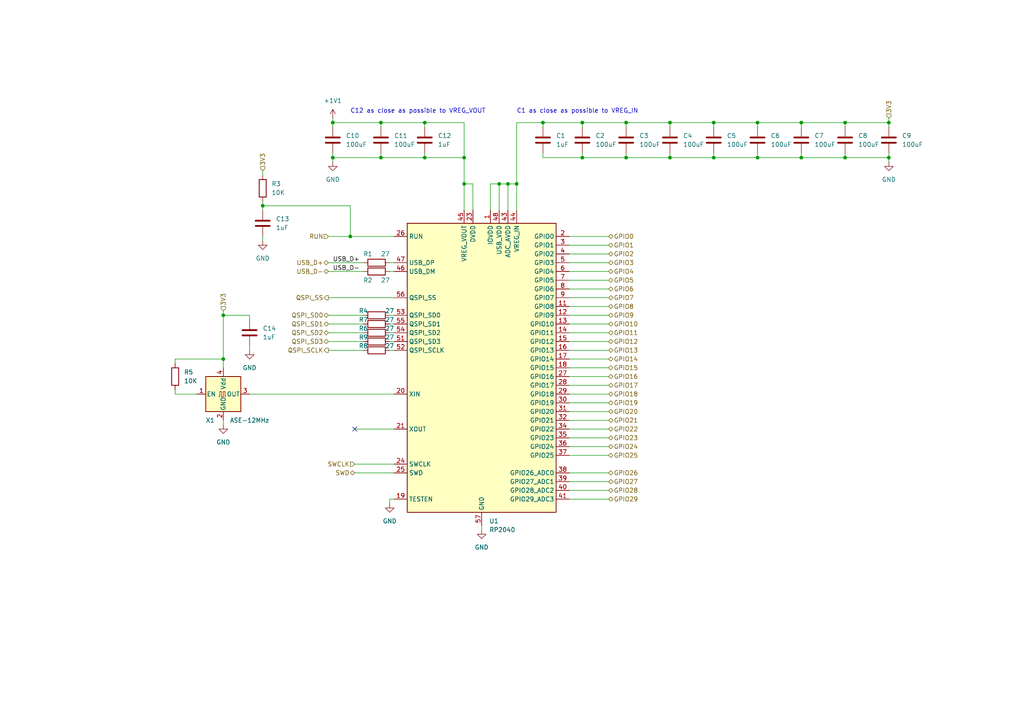
<source format=kicad_sch>
(kicad_sch (version 20230121) (generator eeschema)
  (paper "A4")
  (title_block (title "Orions Hands") (rev "2"))
  (lib_symbols
    (symbol "Device:C" (pin_numbers hide) (pin_names (offset 0.254))
      (property "Reference" "C" (at 0.635 2.54 0))
      (property "Value" "C" (at 0.635 -2.54 0))
      (symbol "C_0_1"
        (polyline (pts (xy -2.032 -0.762) (xy 2.032 -0.762)) (stroke (width 0.508)))
        (polyline (pts (xy -2.032 0.762) (xy 2.032 0.762)) (stroke (width 0.508)))
      )
      (symbol "C_1_1"
        (pin passive line (at 0 3.81 270) (length 2.794) (name "~") (number "1"))
        (pin passive line (at 0 -3.81 90) (length 2.794) (name "~") (number "2"))
      )
    )
    (symbol "Device:R" (pin_numbers hide) (pin_names (offset 0))
      (property "Reference" "R" (at 2.032 0 90))
      (property "Value" "R" (at 0 0 90))
      (symbol "R_0_1"
        (rectangle (start -1.016 -2.54) (end 1.016 2.54) (stroke (width 0.254)))
      )
      (symbol "R_1_1"
        (pin passive line (at 0 3.81 270) (length 1.27) (name "~") (number "1"))
        (pin passive line (at 0 -3.81 90) (length 1.27) (name "~") (number "2"))
      )
    )
    (symbol "MCU_RaspberryPi:RP2040"
      (property "Reference" "U" (at 17.78 45.72 0))
      (property "Value" "RP2040" (at 17.78 43.18 0))
      (symbol "RP2040_0_1"
        (rectangle (start -21.59 41.91) (end 21.59 -41.91) (stroke (width 0.254)) (fill (type background)))
      )
      (symbol "RP2040_1_1"
        (pin power_in line (at 2.54 45.72 270) (length 3.81) (name "IOVDD") (number "1"))
        (pin passive line (at 2.54 45.72 270) (length 3.81) hide (name "IOVDD") (number "10"))
        (pin bidirectional line (at 25.4 17.78 180) (length 3.81) (name "GPIO8") (number "11"))
        (pin bidirectional line (at 25.4 15.24 180) (length 3.81) (name "GPIO9") (number "12"))
        (pin bidirectional line (at 25.4 12.7 180) (length 3.81) (name "GPIO10") (number "13"))
        (pin bidirectional line (at 25.4 10.16 180) (length 3.81) (name "GPIO11") (number "14"))
        (pin bidirectional line (at 25.4 7.62 180) (length 3.81) (name "GPIO12") (number "15"))
        (pin bidirectional line (at 25.4 5.08 180) (length 3.81) (name "GPIO13") (number "16"))
        (pin bidirectional line (at 25.4 2.54 180) (length 3.81) (name "GPIO14") (number "17"))
        (pin bidirectional line (at 25.4 0 180) (length 3.81) (name "GPIO15") (number "18"))
        (pin input line (at -25.4 -38.1 0) (length 3.81) (name "TESTEN") (number "19"))
        (pin bidirectional line (at 25.4 38.1 180) (length 3.81) (name "GPIO0") (number "2"))
        (pin input line (at -25.4 -7.62 0) (length 3.81) (name "XIN") (number "20"))
        (pin passive line (at -25.4 -17.78 0) (length 3.81) (name "XOUT") (number "21"))
        (pin passive line (at 2.54 45.72 270) (length 3.81) hide (name "IOVDD") (number "22"))
        (pin power_in line (at -2.54 45.72 270) (length 3.81) (name "DVDD") (number "23"))
        (pin input line (at -25.4 -27.94 0) (length 3.81) (name "SWCLK") (number "24"))
        (pin bidirectional line (at -25.4 -30.48 0) (length 3.81) (name "SWD") (number "25"))
        (pin input line (at -25.4 38.1 0) (length 3.81) (name "RUN") (number "26"))
        (pin bidirectional line (at 25.4 -2.54 180) (length 3.81) (name "GPIO16") (number "27"))
        (pin bidirectional line (at 25.4 -5.08 180) (length 3.81) (name "GPIO17") (number "28"))
        (pin bidirectional line (at 25.4 -7.62 180) (length 3.81) (name "GPIO18") (number "29"))
        (pin bidirectional line (at 25.4 35.56 180) (length 3.81) (name "GPIO1") (number "3"))
        (pin bidirectional line (at 25.4 -10.16 180) (length 3.81) (name "GPIO19") (number "30"))
        (pin bidirectional line (at 25.4 -12.7 180) (length 3.81) (name "GPIO20") (number "31"))
        (pin bidirectional line (at 25.4 -15.24 180) (length 3.81) (name "GPIO21") (number "32"))
        (pin passive line (at 2.54 45.72 270) (length 3.81) hide (name "IOVDD") (number "33"))
        (pin bidirectional line (at 25.4 -17.78 180) (length 3.81) (name "GPIO22") (number "34"))
        (pin bidirectional line (at 25.4 -20.32 180) (length 3.81) (name "GPIO23") (number "35"))
        (pin bidirectional line (at 25.4 -22.86 180) (length 3.81) (name "GPIO24") (number "36"))
        (pin bidirectional line (at 25.4 -25.4 180) (length 3.81) (name "GPIO25") (number "37"))
        (pin bidirectional line (at 25.4 -30.48 180) (length 3.81) (name "GPIO26_ADC0") (number "38"))
        (pin bidirectional line (at 25.4 -33.02 180) (length 3.81) (name "GPIO27_ADC1") (number "39"))
        (pin bidirectional line (at 25.4 33.02 180) (length 3.81) (name "GPIO2") (number "4"))
        (pin bidirectional line (at 25.4 -35.56 180) (length 3.81) (name "GPIO28_ADC2") (number "40"))
        (pin bidirectional line (at 25.4 -38.1 180) (length 3.81) (name "GPIO29_ADC3") (number "41"))
        (pin passive line (at 2.54 45.72 270) (length 3.81) hide (name "IOVDD") (number "42"))
        (pin power_in line (at 7.62 45.72 270) (length 3.81) (name "ADC_AVDD") (number "43"))
        (pin power_in line (at 10.16 45.72 270) (length 3.81) (name "VREG_IN") (number "44"))
        (pin power_out line (at -5.08 45.72 270) (length 3.81) (name "VREG_VOUT") (number "45"))
        (pin bidirectional line (at -25.4 27.94 0) (length 3.81) (name "USB_DM") (number "46"))
        (pin bidirectional line (at -25.4 30.48 0) (length 3.81) (name "USB_DP") (number "47"))
        (pin power_in line (at 5.08 45.72 270) (length 3.81) (name "USB_VDD") (number "48"))
        (pin passive line (at 2.54 45.72 270) (length 3.81) hide (name "IOVDD") (number "49"))
        (pin bidirectional line (at 25.4 30.48 180) (length 3.81) (name "GPIO3") (number "5"))
        (pin passive line (at -2.54 45.72 270) (length 3.81) hide (name "DVDD") (number "50"))
        (pin bidirectional line (at -25.4 7.62 0) (length 3.81) (name "QSPI_SD3") (number "51"))
        (pin output line (at -25.4 5.08 0) (length 3.81) (name "QSPI_SCLK") (number "52"))
        (pin bidirectional line (at -25.4 15.24 0) (length 3.81) (name "QSPI_SD0") (number "53"))
        (pin bidirectional line (at -25.4 10.16 0) (length 3.81) (name "QSPI_SD2") (number "54"))
        (pin bidirectional line (at -25.4 12.7 0) (length 3.81) (name "QSPI_SD1") (number "55"))
        (pin bidirectional line (at -25.4 20.32 0) (length 3.81) (name "QSPI_SS") (number "56"))
        (pin power_in line (at 0 -45.72 90) (length 3.81) (name "GND") (number "57"))
        (pin bidirectional line (at 25.4 27.94 180) (length 3.81) (name "GPIO4") (number "6"))
        (pin bidirectional line (at 25.4 25.4 180) (length 3.81) (name "GPIO5") (number "7"))
        (pin bidirectional line (at 25.4 22.86 180) (length 3.81) (name "GPIO6") (number "8"))
        (pin bidirectional line (at 25.4 20.32 180) (length 3.81) (name "GPIO7") (number "9"))
      )
    )
    (symbol "Oscillator:ASE-xxxMHz" (pin_names (offset 0.254))
      (property "Reference" "X" (at -5.08 6.35 0))
      (property "Value" "ASE-xxxMHz" (at 1.27 -6.35 0))
      (symbol "ASE-xxxMHz_0_1"
        (rectangle (start -5.08 5.08) (end 5.08 -5.08) (stroke (width 0.254)) (fill (type background)))
        (polyline (pts (xy -1.27 -0.762) (xy -1.016 -0.762) (xy -1.016 0.762) (xy -0.508 0.762) (xy -0.508 -0.762) (xy 0 -0.762) (xy 0 0.762) (xy 0.508 0.762) (xy 0.508 -0.762) (xy 0.762 -0.762)))
      )
      (symbol "ASE-xxxMHz_1_1"
        (pin input line (at -7.62 0 0) (length 2.54) (name "EN") (number "1"))
        (pin power_in line (at 0 -7.62 90) (length 2.54) (name "GND") (number "2"))
        (pin output line (at 7.62 0 180) (length 2.54) (name "OUT") (number "3"))
        (pin power_in line (at 0 7.62 270) (length 2.54) (name "Vdd") (number "4"))
      )
    )
    (symbol "power:+1V1" (power) (pin_names (offset 0))
      (property "Value" "+1V1" (at 0 3.556 0))
      (symbol "+1V1_0_1"
        (polyline (pts (xy -0.762 1.27) (xy 0 2.54)))
        (polyline (pts (xy 0 0) (xy 0 2.54)))
        (polyline (pts (xy 0 2.54) (xy 0.762 1.27)))
      )
      (symbol "+1V1_1_1"
        (pin power_in line (at 0 0 90) (length 0) hide (name "+1V1") (number "1"))
      )
    )
    (symbol "power:GND" (power) (pin_names (offset 0))
      (property "Value" "GND" (at 0 -3.81 0))
      (symbol "GND_0_1"
        (polyline (pts (xy 0 0) (xy 0 -1.27) (xy 1.27 -1.27) (xy 0 -2.54) (xy -1.27 -1.27) (xy 0 -1.27)))
      )
      (symbol "GND_1_1"
        (pin power_in line (at 0 0 270) (length 0) hide (name "GND") (number "1"))
      )
    )
  )
  (junction (at 168.91 45.72))
  (junction (at 76.2 59.69))
  (junction (at 194.31 35.56))
  (junction (at 134.62 53.34))
  (junction (at 123.19 45.72))
  (junction (at 64.77 104.14))
  (junction (at 207.01 45.72))
  (junction (at 245.11 45.72))
  (junction (at 123.19 35.56))
  (junction (at 157.48 35.56))
  (junction (at 194.31 45.72))
  (junction (at 181.61 35.56))
  (junction (at 64.77 91.44))
  (junction (at 149.86 53.34))
  (junction (at 207.01 35.56))
  (junction (at 96.52 35.56))
  (junction (at 168.91 35.56))
  (junction (at 219.71 35.56))
  (junction (at 245.11 35.56))
  (junction (at 257.81 35.56))
  (junction (at 257.81 45.72))
  (junction (at 96.52 45.72))
  (junction (at 134.62 45.72))
  (junction (at 110.49 45.72))
  (junction (at 101.6 68.58))
  (junction (at 232.41 35.56))
  (junction (at 110.49 35.56))
  (junction (at 232.41 45.72))
  (junction (at 144.78 53.34))
  (junction (at 181.61 45.72))
  (junction (at 219.71 45.72))
  (junction (at 147.32 53.34))
  (no_connect (at 102.87 124.46))
  (wire (pts (xy 165.1 116.84) (xy 176.53 116.84)))
  (wire (pts (xy 165.1 132.08) (xy 176.53 132.08)))
  (wire (pts (xy 96.52 44.45) (xy 96.52 45.72)))
  (wire (pts (xy 50.8 104.14) (xy 50.8 105.41)))
  (wire (pts (xy 232.41 35.56) (xy 245.11 35.56)))
  (wire (pts (xy 64.77 90.17) (xy 64.77 91.44)))
  (wire (pts (xy 96.52 45.72) (xy 96.52 46.99)))
  (wire (pts (xy 113.03 144.78) (xy 114.3 144.78)))
  (wire (pts (xy 165.1 104.14) (xy 176.53 104.14)))
  (wire (pts (xy 157.48 45.72) (xy 168.91 45.72)))
  (wire (pts (xy 165.1 78.74) (xy 176.53 78.74)))
  (wire (pts (xy 165.1 137.16) (xy 176.53 137.16)))
  (wire (pts (xy 207.01 35.56) (xy 207.01 36.83)))
  (wire (pts (xy 168.91 35.56) (xy 168.91 36.83)))
  (wire (pts (xy 102.87 134.62) (xy 114.3 134.62)))
  (wire (pts (xy 95.25 76.2) (xy 105.41 76.2)))
  (wire (pts (xy 165.1 101.6) (xy 176.53 101.6)))
  (wire (pts (xy 207.01 44.45) (xy 207.01 45.72)))
  (wire (pts (xy 149.86 53.34) (xy 147.32 53.34)))
  (wire (pts (xy 64.77 91.44) (xy 64.77 104.14)))
  (wire (pts (xy 245.11 35.56) (xy 245.11 36.83)))
  (wire (pts (xy 76.2 59.69) (xy 101.6 59.69)))
  (wire (pts (xy 165.1 76.2) (xy 176.53 76.2)))
  (wire (pts (xy 157.48 35.56) (xy 168.91 35.56)))
  (wire (pts (xy 113.03 91.44) (xy 114.3 91.44)))
  (wire (pts (xy 76.2 58.42) (xy 76.2 59.69)))
  (wire (pts (xy 137.16 53.34) (xy 137.16 60.96)))
  (wire (pts (xy 110.49 45.72) (xy 123.19 45.72)))
  (wire (pts (xy 165.1 86.36) (xy 176.53 86.36)))
  (wire (pts (xy 165.1 68.58) (xy 176.53 68.58)))
  (wire (pts (xy 76.2 68.58) (xy 76.2 69.85)))
  (wire (pts (xy 102.87 137.16) (xy 114.3 137.16)))
  (wire (pts (xy 72.39 100.33) (xy 72.39 101.6)))
  (wire (pts (xy 113.03 96.52) (xy 114.3 96.52)))
  (wire (pts (xy 207.01 45.72) (xy 194.31 45.72)))
  (wire (pts (xy 113.03 76.2) (xy 114.3 76.2)))
  (wire (pts (xy 257.81 35.56) (xy 257.81 36.83)))
  (wire (pts (xy 76.2 49.53) (xy 76.2 50.8)))
  (wire (pts (xy 50.8 114.3) (xy 57.15 114.3)))
  (wire (pts (xy 110.49 35.56) (xy 96.52 35.56)))
  (wire (pts (xy 207.01 35.56) (xy 219.71 35.56)))
  (wire (pts (xy 95.25 93.98) (xy 105.41 93.98)))
  (wire (pts (xy 219.71 45.72) (xy 207.01 45.72)))
  (wire (pts (xy 95.25 78.74) (xy 105.41 78.74)))
  (wire (pts (xy 168.91 44.45) (xy 168.91 45.72)))
  (wire (pts (xy 257.81 45.72) (xy 257.81 46.99)))
  (wire (pts (xy 181.61 45.72) (xy 181.61 44.45)))
  (wire (pts (xy 149.86 35.56) (xy 149.86 53.34)))
  (wire (pts (xy 165.1 96.52) (xy 176.53 96.52)))
  (wire (pts (xy 165.1 93.98) (xy 176.53 93.98)))
  (wire (pts (xy 219.71 35.56) (xy 219.71 36.83)))
  (wire (pts (xy 96.52 35.56) (xy 96.52 36.83)))
  (wire (pts (xy 113.03 93.98) (xy 114.3 93.98)))
  (wire (pts (xy 76.2 59.69) (xy 76.2 60.96)))
  (wire (pts (xy 113.03 101.6) (xy 114.3 101.6)))
  (wire (pts (xy 194.31 35.56) (xy 207.01 35.56)))
  (wire (pts (xy 245.11 35.56) (xy 257.81 35.56)))
  (wire (pts (xy 95.25 101.6) (xy 105.41 101.6)))
  (wire (pts (xy 95.25 96.52) (xy 105.41 96.52)))
  (wire (pts (xy 194.31 45.72) (xy 194.31 44.45)))
  (wire (pts (xy 95.25 68.58) (xy 101.6 68.58)))
  (wire (pts (xy 165.1 142.24) (xy 176.53 142.24)))
  (wire (pts (xy 95.25 86.36) (xy 114.3 86.36)))
  (wire (pts (xy 165.1 119.38) (xy 176.53 119.38)))
  (wire (pts (xy 165.1 83.82) (xy 176.53 83.82)))
  (wire (pts (xy 181.61 45.72) (xy 194.31 45.72)))
  (wire (pts (xy 123.19 44.45) (xy 123.19 45.72)))
  (wire (pts (xy 110.49 44.45) (xy 110.49 45.72)))
  (wire (pts (xy 165.1 111.76) (xy 176.53 111.76)))
  (wire (pts (xy 110.49 35.56) (xy 110.49 36.83)))
  (wire (pts (xy 149.86 60.96) (xy 149.86 53.34)))
  (wire (pts (xy 113.03 99.06) (xy 114.3 99.06)))
  (wire (pts (xy 123.19 35.56) (xy 110.49 35.56)))
  (wire (pts (xy 245.11 44.45) (xy 245.11 45.72)))
  (wire (pts (xy 142.24 60.96) (xy 142.24 53.34)))
  (wire (pts (xy 142.24 53.34) (xy 144.78 53.34)))
  (wire (pts (xy 165.1 73.66) (xy 176.53 73.66)))
  (wire (pts (xy 245.11 45.72) (xy 232.41 45.72)))
  (wire (pts (xy 134.62 35.56) (xy 134.62 45.72)))
  (wire (pts (xy 64.77 121.92) (xy 64.77 123.19)))
  (wire (pts (xy 194.31 35.56) (xy 194.31 36.83)))
  (wire (pts (xy 165.1 91.44) (xy 176.53 91.44)))
  (wire (pts (xy 232.41 36.83) (xy 232.41 35.56)))
  (wire (pts (xy 165.1 88.9) (xy 176.53 88.9)))
  (wire (pts (xy 168.91 45.72) (xy 181.61 45.72)))
  (wire (pts (xy 123.19 45.72) (xy 134.62 45.72)))
  (wire (pts (xy 123.19 35.56) (xy 123.19 36.83)))
  (wire (pts (xy 72.39 114.3) (xy 114.3 114.3)))
  (wire (pts (xy 257.81 45.72) (xy 245.11 45.72)))
  (wire (pts (xy 165.1 99.06) (xy 176.53 99.06)))
  (wire (pts (xy 102.87 124.46) (xy 114.3 124.46)))
  (wire (pts (xy 149.86 35.56) (xy 157.48 35.56)))
  (wire (pts (xy 257.81 44.45) (xy 257.81 45.72)))
  (wire (pts (xy 165.1 144.78) (xy 176.53 144.78)))
  (wire (pts (xy 165.1 109.22) (xy 176.53 109.22)))
  (wire (pts (xy 50.8 114.3) (xy 50.8 113.03)))
  (wire (pts (xy 165.1 71.12) (xy 176.53 71.12)))
  (wire (pts (xy 165.1 139.7) (xy 176.53 139.7)))
  (wire (pts (xy 144.78 53.34) (xy 147.32 53.34)))
  (wire (pts (xy 165.1 106.68) (xy 176.53 106.68)))
  (wire (pts (xy 134.62 35.56) (xy 123.19 35.56)))
  (wire (pts (xy 95.25 99.06) (xy 105.41 99.06)))
  (wire (pts (xy 168.91 35.56) (xy 181.61 35.56)))
  (wire (pts (xy 232.41 45.72) (xy 232.41 44.45)))
  (wire (pts (xy 144.78 53.34) (xy 144.78 60.96)))
  (wire (pts (xy 134.62 60.96) (xy 134.62 53.34)))
  (wire (pts (xy 157.48 35.56) (xy 157.48 36.83)))
  (wire (pts (xy 96.52 34.29) (xy 96.52 35.56)))
  (wire (pts (xy 50.8 104.14) (xy 64.77 104.14)))
  (wire (pts (xy 139.7 152.4) (xy 139.7 153.67)))
  (wire (pts (xy 64.77 91.44) (xy 72.39 91.44)))
  (wire (pts (xy 95.25 91.44) (xy 105.41 91.44)))
  (wire (pts (xy 157.48 44.45) (xy 157.48 45.72)))
  (wire (pts (xy 181.61 36.83) (xy 181.61 35.56)))
  (wire (pts (xy 165.1 81.28) (xy 176.53 81.28)))
  (wire (pts (xy 101.6 68.58) (xy 114.3 68.58)))
  (wire (pts (xy 72.39 91.44) (xy 72.39 92.71)))
  (wire (pts (xy 165.1 124.46) (xy 176.53 124.46)))
  (wire (pts (xy 113.03 146.05) (xy 113.03 144.78)))
  (wire (pts (xy 181.61 35.56) (xy 194.31 35.56)))
  (wire (pts (xy 257.81 34.29) (xy 257.81 35.56)))
  (wire (pts (xy 101.6 68.58) (xy 101.6 59.69)))
  (wire (pts (xy 165.1 114.3) (xy 176.53 114.3)))
  (wire (pts (xy 113.03 78.74) (xy 114.3 78.74)))
  (wire (pts (xy 147.32 53.34) (xy 147.32 60.96)))
  (wire (pts (xy 232.41 35.56) (xy 219.71 35.56)))
  (wire (pts (xy 219.71 44.45) (xy 219.71 45.72)))
  (wire (pts (xy 96.52 45.72) (xy 110.49 45.72)))
  (wire (pts (xy 165.1 129.54) (xy 176.53 129.54)))
  (wire (pts (xy 165.1 121.92) (xy 176.53 121.92)))
  (wire (pts (xy 134.62 45.72) (xy 134.62 53.34)))
  (wire (pts (xy 219.71 45.72) (xy 232.41 45.72)))
  (wire (pts (xy 64.77 104.14) (xy 64.77 106.68)))
  (wire (pts (xy 134.62 53.34) (xy 137.16 53.34)))
  (wire (pts (xy 165.1 127) (xy 176.53 127)))
  (text "C12 as close as possible to VREG_VOUT" (at 101.6 33.02 0) (effects (font (size 1.27 1.27)) (justify left bottom)))
  (text "C1 as close as possible to VREG_IN" (at 149.86 33.02 0) (effects (font (size 1.27 1.27)) (justify left bottom)))
  (label "USB_D-" (at 96.52 78.74 0))
  (label "USB_D+" (at 96.52 76.2 0))
  (hierarchical_label "GPIO11" (shape bidirectional) (at 176.53 96.52 0))
  (hierarchical_label "GPIO24" (shape bidirectional) (at 176.53 129.54 0))
  (hierarchical_label "USB_D-" (shape bidirectional) (at 95.25 78.74 180))
  (hierarchical_label "GPIO10" (shape bidirectional) (at 176.53 93.98 0))
  (hierarchical_label "GPIO29" (shape bidirectional) (at 176.53 144.78 0))
  (hierarchical_label "GPIO23" (shape bidirectional) (at 176.53 127 0))
  (hierarchical_label "QSPI_SD3" (shape bidirectional) (at 95.25 99.06 180))
  (hierarchical_label "GPIO1" (shape bidirectional) (at 176.53 71.12 0))
  (hierarchical_label "GPIO0" (shape bidirectional) (at 176.53 68.58 0))
  (hierarchical_label "QSPI_SD0" (shape bidirectional) (at 95.25 91.44 180))
  (hierarchical_label "GPIO14" (shape bidirectional) (at 176.53 104.14 0))
  (hierarchical_label "GPIO22" (shape bidirectional) (at 176.53 124.46 0))
  (hierarchical_label "GPIO13" (shape bidirectional) (at 176.53 101.6 0))
  (hierarchical_label "GPIO16" (shape bidirectional) (at 176.53 109.22 0))
  (hierarchical_label "GPIO28" (shape bidirectional) (at 176.53 142.24 0))
  (hierarchical_label "GPIO9" (shape bidirectional) (at 176.53 91.44 0))
  (hierarchical_label "GPIO27" (shape bidirectional) (at 176.53 139.7 0))
  (hierarchical_label "QSPI_SS" (shape output) (at 95.25 86.36 180))
  (hierarchical_label "GPIO20" (shape bidirectional) (at 176.53 119.38 0))
  (hierarchical_label "QSPI_SCLK" (shape output) (at 95.25 101.6 180))
  (hierarchical_label "USB_D+" (shape bidirectional) (at 95.25 76.2 180))
  (hierarchical_label "GPIO25" (shape bidirectional) (at 176.53 132.08 0))
  (hierarchical_label "SWCLK" (shape input) (at 102.87 134.62 180))
  (hierarchical_label "GPIO4" (shape bidirectional) (at 176.53 78.74 0))
  (hierarchical_label "QSPI_SD2" (shape bidirectional) (at 95.25 96.52 180))
  (hierarchical_label "GPIO6" (shape bidirectional) (at 176.53 83.82 0))
  (hierarchical_label "GPIO3" (shape bidirectional) (at 176.53 76.2 0))
  (hierarchical_label "GPIO26" (shape bidirectional) (at 176.53 137.16 0))
  (hierarchical_label "GPIO8" (shape bidirectional) (at 176.53 88.9 0))
  (hierarchical_label "GPIO5" (shape bidirectional) (at 176.53 81.28 0))
  (hierarchical_label "GPIO21" (shape bidirectional) (at 176.53 121.92 0))
  (hierarchical_label "GPIO18" (shape bidirectional) (at 176.53 114.3 0))
  (hierarchical_label "3V3" (shape input) (at 64.77 90.17 90))
  (hierarchical_label "GPIO17" (shape bidirectional) (at 176.53 111.76 0))
  (hierarchical_label "GPIO12" (shape bidirectional) (at 176.53 99.06 0))
  (hierarchical_label "3V3" (shape input) (at 257.81 34.29 90))
  (hierarchical_label "GPIO15" (shape bidirectional) (at 176.53 106.68 0))
  (hierarchical_label "3V3" (shape input) (at 76.2 49.53 90))
  (hierarchical_label "GPIO2" (shape bidirectional) (at 176.53 73.66 0))
  (hierarchical_label "QSPI_SD1" (shape bidirectional) (at 95.25 93.98 180))
  (hierarchical_label "GPIO19" (shape bidirectional) (at 176.53 116.84 0))
  (hierarchical_label "GPIO7" (shape bidirectional) (at 176.53 86.36 0))
  (hierarchical_label "RUN" (shape input) (at 95.25 68.58 180))
  (hierarchical_label "SWD" (shape bidirectional) (at 102.87 137.16 180))
  (symbol (lib_id "Device:C") (at 72.39 96.52 0) (unit 1)
    (property "Reference" "C14" (at 76.2 95.25 0) (effects (justify left)))
    (property "Value" "1uF" (at 76.2 97.79 0) (effects (justify left)))
  )
  (symbol (lib_id "Device:R") (at 109.22 76.2 90) (unit 1)
    (property "Reference" "R1" (at 106.68 73.66 90))
    (property "Value" "27" (at 111.76 73.66 90))
  )
  (symbol (lib_id "power:GND") (at 139.7 153.67 0) (unit 1)
    (property "Reference" "#PWR01" (effects hide))
    (property "Value" "GND" (at 139.7 158.75 0))
  )
  (symbol (lib_id "Device:R") (at 109.22 93.98 90) (unit 1)
    (property "Reference" "R6" (at 105.41 95.25 90))
    (property "Value" "27" (at 113.03 95.25 90))
  )
  (symbol (lib_id "power:GND") (at 257.81 46.99 0) (unit 1)
    (property "Reference" "#PWR05" (effects hide))
    (property "Value" "GND" (at 257.81 52.07 0))
  )
  (symbol (lib_id "Device:R") (at 76.2 54.61 0) (unit 1)
    (property "Reference" "R3" (at 78.74 53.34 0) (effects (justify left)))
    (property "Value" "10K" (at 78.74 55.88 0) (effects (justify left)))
  )
  (symbol (lib_id "Device:C") (at 257.81 40.64 0) (unit 1)
    (property "Reference" "C9" (at 261.62 39.37 0) (effects (justify left)))
    (property "Value" "100uF" (at 261.62 41.91 0) (effects (justify left)))
  )
  (symbol (lib_id "Device:R") (at 109.22 78.74 90) (unit 1)
    (property "Reference" "R2" (at 106.68 81.28 90))
    (property "Value" "27" (at 111.76 81.28 90))
  )
  (symbol (lib_id "Device:C") (at 232.41 40.64 0) (unit 1)
    (property "Reference" "C7" (at 236.22 39.37 0) (effects (justify left)))
    (property "Value" "100uF" (at 236.22 41.91 0) (effects (justify left)))
  )
  (symbol (lib_id "MCU_RaspberryPi:RP2040") (at 139.7 106.68 0) (unit 1)
    (property "Reference" "U1" (at 141.8941 151.13 0) (effects (justify left)))
    (property "Value" "RP2040" (at 141.8941 153.67 0) (effects (justify left)))
    (property "Footprint" "Package_DFN_QFN:QFN-56-1EP_7x7mm_P0.4mm_EP3.2x3.2mm" (effects hide))
    (property "Datasheet" "https://datasheets.raspberrypi.com/rp2040/rp2040-datasheet.pdf" (effects hide))
  )
  (symbol (lib_id "Device:R") (at 109.22 101.6 90) (unit 1)
    (property "Reference" "R9" (at 105.41 97.79 90))
    (property "Value" "27" (at 113.03 97.79 90))
  )
  (symbol (lib_id "Device:C") (at 245.11 40.64 0) (unit 1)
    (property "Reference" "C8" (at 248.92 39.37 0) (effects (justify left)))
    (property "Value" "100uF" (at 248.92 41.91 0) (effects (justify left)))
  )
  (symbol (lib_id "Device:C") (at 157.48 40.64 0) (unit 1)
    (property "Reference" "C1" (at 161.29 39.37 0) (effects (justify left)))
    (property "Value" "1uF" (at 161.29 41.91 0) (effects (justify left)))
  )
  (symbol (lib_id "Device:R") (at 109.22 96.52 90) (unit 1)
    (property "Reference" "R7" (at 105.41 92.71 90))
    (property "Value" "27" (at 113.03 92.71 90))
  )
  (symbol (lib_id "power:GND") (at 76.2 69.85 0) (unit 1)
    (property "Reference" "#PWR08" (effects hide))
    (property "Value" "GND" (at 76.2 74.93 0))
  )
  (symbol (lib_id "Device:C") (at 110.49 40.64 0) (unit 1)
    (property "Reference" "C11" (at 114.3 39.37 0) (effects (justify left)))
    (property "Value" "100uF" (at 114.3 41.91 0) (effects (justify left)))
  )
  (symbol (lib_id "Device:C") (at 123.19 40.64 0) (unit 1)
    (property "Reference" "C12" (at 127 39.37 0) (effects (justify left)))
    (property "Value" "1uF" (at 127 41.91 0) (effects (justify left)))
  )
  (symbol (lib_id "Oscillator:ASE-xxxMHz") (at 64.77 114.3 0) (unit 1)
    (property "Reference" "X1" (at 60.96 121.92 0))
    (property "Value" "ASE-12MHz" (at 72.39 121.92 0))
    (property "Footprint" "Oscillator:Oscillator_SMD_Abracon_ASE-4Pin_3.2x2.5mm" (effects hide))
    (property "Datasheet" "http://www.abracon.com/Oscillators/ASV.pdf" (effects hide))
  )
  (symbol (lib_id "Device:C") (at 194.31 40.64 0) (unit 1)
    (property "Reference" "C4" (at 198.12 39.37 0) (effects (justify left)))
    (property "Value" "100uF" (at 198.12 41.91 0) (effects (justify left)))
  )
  (symbol (lib_id "Device:C") (at 219.71 40.64 0) (unit 1)
    (property "Reference" "C6" (at 223.52 39.37 0) (effects (justify left)))
    (property "Value" "100uF" (at 223.52 41.91 0) (effects (justify left)))
  )
  (symbol (lib_id "Device:C") (at 168.91 40.64 0) (unit 1)
    (property "Reference" "C2" (at 172.72 39.37 0) (effects (justify left)))
    (property "Value" "100uF" (at 172.72 41.91 0) (effects (justify left)))
  )
  (symbol (lib_id "Device:C") (at 181.61 40.64 0) (unit 1)
    (property "Reference" "C3" (at 185.42 39.37 0) (effects (justify left)))
    (property "Value" "100uF" (at 185.42 41.91 0) (effects (justify left)))
  )
  (symbol (lib_id "Device:R") (at 109.22 99.06 90) (unit 1)
    (property "Reference" "R8" (at 105.41 100.33 90))
    (property "Value" "27" (at 113.03 100.33 90))
  )
  (symbol (lib_id "power:GND") (at 96.52 46.99 0) (unit 1)
    (property "Reference" "#PWR07" (effects hide))
    (property "Value" "GND" (at 96.52 52.07 0))
  )
  (symbol (lib_id "Device:R") (at 109.22 91.44 90) (unit 1)
    (property "Reference" "R4" (at 105.41 90.17 90))
    (property "Value" "27" (at 113.03 90.17 90))
  )
  (symbol (lib_id "Device:C") (at 96.52 40.64 0) (unit 1)
    (property "Reference" "C10" (at 100.33 39.37 0) (effects (justify left)))
    (property "Value" "100uF" (at 100.33 41.91 0) (effects (justify left)))
  )
  (symbol (lib_id "Device:C") (at 76.2 64.77 0) (unit 1)
    (property "Reference" "C13" (at 80.01 63.5 0) (effects (justify left)))
    (property "Value" "1uF" (at 80.01 66.04 0) (effects (justify left)))
  )
  (symbol (lib_id "power:GND") (at 72.39 101.6 0) (unit 1)
    (property "Reference" "#PWR011" (effects hide))
    (property "Value" "GND" (at 72.39 106.68 0))
  )
  (symbol (lib_id "Device:C") (at 207.01 40.64 0) (unit 1)
    (property "Reference" "C5" (at 210.82 39.37 0) (effects (justify left)))
    (property "Value" "100uF" (at 210.82 41.91 0) (effects (justify left)))
  )
  (symbol (lib_id "Device:R") (at 50.8 109.22 0) (unit 1)
    (property "Reference" "R5" (at 53.34 107.95 0) (effects (justify left)))
    (property "Value" "10K" (at 53.34 110.49 0) (effects (justify left)))
  )
  (symbol (lib_id "power:+1V1") (at 96.52 34.29 0) (unit 1)
    (property "Reference" "#PWR021" (effects hide))
    (property "Value" "+1V1" (at 96.52 29.21 0))
  )
  (symbol (lib_id "power:GND") (at 64.77 123.19 0) (unit 1)
    (property "Reference" "#PWR012" (effects hide))
    (property "Value" "GND" (at 64.77 128.27 0))
  )
  (symbol (lib_id "power:GND") (at 113.03 146.05 0) (unit 1)
    (property "Reference" "#PWR02" (effects hide))
    (property "Value" "GND" (at 113.03 151.13 0))
  )
)
</source>
